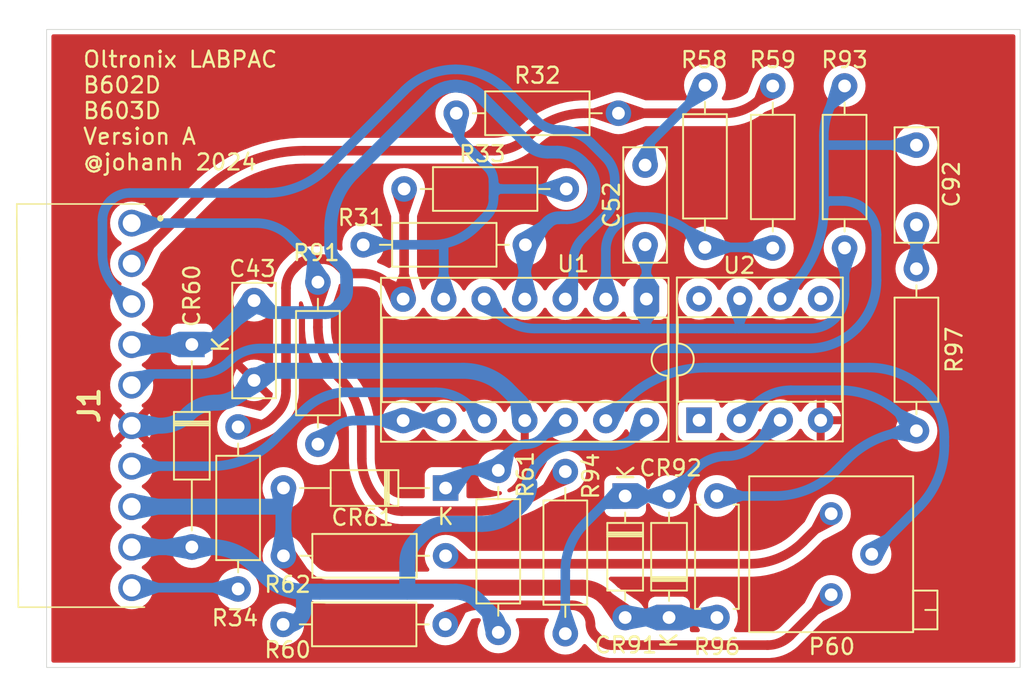
<source format=kicad_pcb>
(kicad_pcb (version 20240108) (generator "pcbnew") (generator_version "8.0")
  (title_block (title "Oltronix LABPAC B602D regulator PCB") (rev "0.1"))
  (layers (0 "F.Cu" signal) (31 "B.Cu" power) (34 "B.Paste" user) (35 "F.Paste" user) (36 "B.SilkS" user "B.Silkscreen") (37 "F.SilkS" user "F.Silkscreen") (38 "B.Mask" user) (39 "F.Mask" user) (44 "Edge.Cuts" user))
  (net 0 "")
  (net 1 "/4")
  (net 2 "/6")
  (net 3 "Net-(C52-Pad2)")
  (net 4 "Net-(U1B-+)")
  (net 5 "/5")
  (net 6 "Net-(C92-Pad2)")
  (net 7 "/9")
  (net 8 "/8")
  (net 9 "Net-(CR61-K)")
  (net 10 "Net-(CR91-K)")
  (net 11 "/7")
  (net 12 "/3")
  (net 13 "/10")
  (net 14 "/2")
  (net 15 "/1")
  (net 16 "Net-(P60-Pad1)")
  (net 17 "Net-(U1D--)")
  (net 18 "Net-(P60-Pad3)")
  (net 19 "Net-(U1B--)")
  (net 20 "Net-(R33-Pad1)")
  (net 21 "Net-(U1A--)")
  (net 22 "Net-(U1C--)")
  (net 26 "Net-(U2--)")
  (footprint "Resistor_THT:R_Axial_DIN0207_L6.3mm_D2.5mm_P10.16mm_Horizontal" (layer "F.Cu") (at 117 126 90)
    (property "Reference" "R91" (at 12 -0.1 180) (layer "F.SilkS"))
    (property "Value" "2.7k 1%")
    (pad "1" thru_hole circle (at 0 0 90) (size 1.6 1.6) (drill 0.8) (layers "*.Cu" "*.Mask") (net 22 "Net-(U1C--)"))
    (pad "2" thru_hole oval (at 10.16 0 90) (size 1.6 1.6) (drill 0.8) (layers "*.Cu" "*.Mask") (net 15 "/1"))
  )
  (footprint "Package_DIP:DIP-14_W7.62mm_Socket" (layer "F.Cu") (at 137.58 116.9 -90)
    (property "Reference" "U1" (at -2.2 4.58 180) (layer "F.SilkS"))
    (property "Value" "MC3403P")
    (pad "1" thru_hole rect (at 0 0 270) (size 1.6 1.6) (drill 0.8) (layers "*.Cu" "*.Mask") (net 4 "Net-(U1B-+)"))
    (pad "2" thru_hole oval (at 0 2.54 270) (size 1.6 1.6) (drill 0.8) (layers "*.Cu" "*.Mask") (net 21 "Net-(U1A--)"))
    (pad "3" thru_hole oval (at 0 5.08 270) (size 1.6 1.6) (drill 0.8) (layers "*.Cu" "*.Mask") (net 12 "/3"))
    (pad "4" thru_hole oval (at 0 7.62 270) (size 1.6 1.6) (drill 0.8) (layers "*.Cu" "*.Mask") (net 1 "/4"))
    (pad "5" thru_hole oval (at 0 10.16 270) (size 1.6 1.6) (drill 0.8) (layers "*.Cu" "*.Mask") (net 4 "Net-(U1B-+)"))
    (pad "6" thru_hole oval (at 0 12.7 270) (size 1.6 1.6) (drill 0.8) (layers "*.Cu" "*.Mask") (net 19 "Net-(U1B--)"))
    (pad "7" thru_hole oval (at 0 15.24 270) (size 1.6 1.6) (drill 0.8) (layers "*.Cu" "*.Mask") (net 20 "Net-(R33-Pad1)"))
    (pad "8" thru_hole oval (at 7.62 15.24 270) (size 1.6 1.6) (drill 0.8) (layers "*.Cu" "*.Mask") (net 22 "Net-(U1C--)"))
    (pad "9" thru_hole oval (at 7.62 12.7 270) (size 1.6 1.6) (drill 0.8) (layers "*.Cu" "*.Mask") (net 22 "Net-(U1C--)"))
    (pad "10" thru_hole oval (at 7.62 10.16 270) (size 1.6 1.6) (drill 0.8) (layers "*.Cu" "*.Mask") (net 11 "/7"))
    (pad "11" thru_hole oval (at 7.62 7.62 270) (size 1.6 1.6) (drill 0.8) (layers "*.Cu" "*.Mask") (net 2 "/6"))
    (pad "12" thru_hole oval (at 7.62 5.08 270) (size 1.6 1.6) (drill 0.8) (layers "*.Cu" "*.Mask") (net 9 "Net-(CR61-K)"))
    (pad "13" thru_hole oval (at 7.62 2.54 270) (size 1.6 1.6) (drill 0.8) (layers "*.Cu" "*.Mask") (net 17 "Net-(U1D--)"))
    (pad "14" thru_hole oval (at 7.62 0 270) (size 1.6 1.6) (drill 0.8) (layers "*.Cu" "*.Mask") (net 7 "/9"))
  )
  (footprint "Resistor_THT:R_Axial_DIN0207_L6.3mm_D2.5mm_P10.16mm_Horizontal" (layer "F.Cu") (at 145.5 113.7 90)
    (property "Reference" "R59" (at 11.8 0 180) (layer "F.SilkS"))
    (property "Value" "1k")
    (pad "1" thru_hole circle (at 0 0 90) (size 1.6 1.6) (drill 0.8) (layers "*.Cu" "*.Mask") (net 21 "Net-(U1A--)"))
    (pad "2" thru_hole oval (at 10.16 0 90) (size 1.6 1.6) (drill 0.8) (layers "*.Cu" "*.Mask") (net 14 "/2"))
  )
  (footprint "Resistor_THT:R_Axial_DIN0207_L6.3mm_D2.5mm_P10.16mm_Horizontal" (layer "F.Cu") (at 150 113.7 90)
    (property "Reference" "R93" (at 11.8 0 180) (layer "F.SilkS"))
    (property "Value" "2.2k")
    (pad "1" thru_hole circle (at 0 0 90) (size 1.6 1.6) (drill 0.8) (layers "*.Cu" "*.Mask") (net 4 "Net-(U1B-+)"))
    (pad "2" thru_hole oval (at 10.16 0 90) (size 1.6 1.6) (drill 0.8) (layers "*.Cu" "*.Mask") (net 5 "/5"))
  )
  (footprint "Diode_THT:D_DO-35_SOD27_P7.62mm_Horizontal" (layer "F.Cu") (at 139 136.87 90)
    (property "Reference" "CR92" (at 9.37 0.1 0) (layer "F.SilkS"))
    (property "Value" "IS921")
    (fp_text user "K" (at -1.43 0 -90) (layer "F.SilkS"))
    (pad "1" thru_hole rect (at 0 0 90) (size 1.6 1.6) (drill 0.8) (layers "*.Cu" "*.Mask") (net 8 "/8"))
    (pad "2" thru_hole oval (at 7.62 0 90) (size 1.6 1.6) (drill 0.8) (layers "*.Cu" "*.Mask") (net 10 "Net-(CR91-K)"))
  )
  (footprint "Resistor_THT:R_Axial_DIN0207_L6.3mm_D2.5mm_P7.62mm_Horizontal" (layer "F.Cu") (at 142 136.87 90)
    (property "Reference" "R96" (at -1.83 0 180) (layer "F.SilkS"))
    (property "Value" "1k")
    (pad "1" thru_hole circle (at 0 0 90) (size 1.6 1.6) (drill 0.8) (layers "*.Cu" "*.Mask") (net 8 "/8"))
    (pad "2" thru_hole oval (at 7.62 0 90) (size 1.6 1.6) (drill 0.8) (layers "*.Cu" "*.Mask") (net 26 "Net-(U2--)"))
  )
  (footprint "Resistor_THT:R_Axial_DIN0207_L6.3mm_D2.5mm_P10.16mm_Horizontal" (layer "F.Cu") (at 125 133 180)
    (property "Reference" "R62" (at 9.9 -1.8 180) (layer "F.SilkS"))
    (property "Value" "3.3k 1%")
    (pad "1" thru_hole circle (at 0 0 180) (size 1.6 1.6) (drill 0.8) (layers "*.Cu" "*.Mask") (net 18 "Net-(P60-Pad3)"))
    (pad "2" thru_hole oval (at 10.16 0 180) (size 1.6 1.6) (drill 0.8) (layers "*.Cu" "*.Mask") (net 8 "/8"))
  )
  (footprint "Resistor_THT:R_Axial_DIN0207_L6.3mm_D2.5mm_P10.16mm_Horizontal" (layer "F.Cu") (at 125.67 105.25)
    (property "Reference" "R32" (at 5.08 -2.37 0) (layer "F.SilkS"))
    (property "Value" "3.9k")
    (pad "1" thru_hole circle (at 0 0) (size 1.6 1.6) (drill 0.8) (layers "*.Cu" "*.Mask") (net 19 "Net-(U1B--)"))
    (pad "2" thru_hole oval (at 10.16 0) (size 1.6 1.6) (drill 0.8) (layers "*.Cu" "*.Mask") (net 14 "/2"))
  )
  (footprint "Resistor_THT:R_Axial_DIN0207_L6.3mm_D2.5mm_P10.16mm_Horizontal" (layer "F.Cu") (at 112 124.92 -90)
    (property "Reference" "R34" (at 11.98 0.2 0) (layer "F.SilkS"))
    (property "Value" "1.2k")
    (pad "1" thru_hole circle (at 0 0 270) (size 1.6 1.6) (drill 0.8) (layers "*.Cu" "*.Mask") (net 20 "Net-(R33-Pad1)"))
    (pad "2" thru_hole oval (at 10.16 0 270) (size 1.6 1.6) (drill 0.8) (layers "*.Cu" "*.Mask") (net 13 "/10"))
  )
  (footprint "Diode_THT:D_DO-35_SOD27_P10.16mm_Horizontal" (layer "F.Cu") (at 125 128.75 180)
    (property "Reference" "CR61" (at 5.2 -1.85 180) (layer "F.SilkS"))
    (property "Value" "1N823")
    (fp_text user "K" (at 0 -1.8 180) (layer "F.SilkS"))
    (pad "1" thru_hole rect (at 0 0 180) (size 1.6 1.6) (drill 0.8) (layers "*.Cu" "*.Mask") (net 9 "Net-(CR61-K)"))
    (pad "2" thru_hole oval (at 10.16 0 180) (size 1.6 1.6) (drill 0.8) (layers "*.Cu" "*.Mask") (net 8 "/8"))
  )
  (footprint "Resistor_THT:R_Axial_DIN0207_L6.3mm_D2.5mm_P10.16mm_Horizontal" (layer "F.Cu") (at 114.82 137.3)
    (property "Reference" "R60" (at 0.28 1.6 0) (layer "F.SilkS"))
    (property "Value" "1.8k 1%")
    (pad "1" thru_hole circle (at 0 0) (size 1.6 1.6) (drill 0.8) (layers "*.Cu" "*.Mask") (net 7 "/9"))
    (pad "2" thru_hole oval (at 10.16 0) (size 1.6 1.6) (drill 0.8) (layers "*.Cu" "*.Mask") (net 16 "Net-(P60-Pad1)"))
  )
  (footprint "Capacitor_THT:C_Disc_D7.0mm_W2.5mm_P5.00mm" (layer "F.Cu") (at 113 117 -90)
    (property "Reference" "C43" (at -2 0.1 180) (layer "F.SilkS"))
    (property "Value" "10p")
    (pad "1" thru_hole circle (at 0 0 270) (size 1.6 1.6) (drill 0.8) (layers "*.Cu" "*.Mask") (net 1 "/4"))
    (pad "2" thru_hole circle (at 5 0 270) (size 1.6 1.6) (drill 0.8) (layers "*.Cu" "*.Mask") (net 2 "/6"))
  )
  (footprint "Potentiometer_THT:Potentiometer_Bourns_3296P_Horizontal" (layer "F.Cu") (at 149.16 135.44 180)
    (property "Reference" "P60" (at -0.04 -3.26 180) (layer "F.SilkS"))
    (property "Value" "1k")
    (pad "1" thru_hole circle (at 0 0 180) (size 1.44 1.44) (drill 0.8) (layers "*.Cu" "*.Mask") (net 16 "Net-(P60-Pad1)"))
    (pad "2" thru_hole circle (at -2.54 2.54 180) (size 1.44 1.44) (drill 0.8) (layers "*.Cu" "*.Mask") (net 17 "Net-(U1D--)"))
    (pad "3" thru_hole circle (at 0 5.08 180) (size 1.44 1.44) (drill 0.8) (layers "*.Cu" "*.Mask") (net 18 "Net-(P60-Pad3)"))
  )
  (footprint "Resistor_THT:R_Axial_DIN0207_L6.3mm_D2.5mm_P10.16mm_Horizontal" (layer "F.Cu") (at 154.5 115 -90)
    (property "Reference" "R97" (at 5.08 -2.37 -90) (layer "F.SilkS"))
    (property "Value" "10k")
    (pad "1" thru_hole circle (at 0 0 270) (size 1.6 1.6) (drill 0.8) (layers "*.Cu" "*.Mask") (net 6 "Net-(C92-Pad2)"))
    (pad "2" thru_hole oval (at 10.16 0 270) (size 1.6 1.6) (drill 0.8) (layers "*.Cu" "*.Mask") (net 26 "Net-(U2--)"))
  )
  (footprint "Package_DIP:DIP-8_W7.62mm_Socket" (layer "F.Cu") (at 140.88 124.5 90)
    (property "Reference" "U2" (at 9.7 2.52 0) (layer "F.SilkS"))
    (property "Value" "LM741")
    (pad "1" thru_hole rect (at 0 0 90) (size 1.6 1.6) (drill 0.8) (layers "*.Cu" "*.Mask"))
    (pad "2" thru_hole oval (at 0 2.54 90) (size 1.6 1.6) (drill 0.8) (layers "*.Cu" "*.Mask") (net 26 "Net-(U2--)"))
    (pad "3" thru_hole oval (at 0 5.08 90) (size 1.6 1.6) (drill 0.8) (layers "*.Cu" "*.Mask") (net 10 "Net-(CR91-K)"))
    (pad "4" thru_hole oval (at 0 7.62 90) (size 1.6 1.6) (drill 0.8) (layers "*.Cu" "*.Mask") (net 2 "/6"))
    (pad "5" thru_hole oval (at 7.62 7.62 90) (size 1.6 1.6) (drill 0.8) (layers "*.Cu" "*.Mask"))
    (pad "6" thru_hole oval (at 7.62 5.08 90) (size 1.6 1.6) (drill 0.8) (layers "*.Cu" "*.Mask") (net 5 "/5"))
    (pad "7" thru_hole oval (at 7.62 2.54 90) (size 1.6 1.6) (drill 0.8) (layers "*.Cu" "*.Mask") (net 4 "Net-(U1B-+)"))
    (pad "8" thru_hole oval (at 7.62 0 90) (size 1.6 1.6) (drill 0.8) (layers "*.Cu" "*.Mask"))
  )
  (footprint "Diode_THT:D_DO-35_SOD27_P12.70mm_Horizontal" (layer "F.Cu") (at 109.1 119.75 -90)
    (property "Reference" "CR60" (at -3.05 0 90) (layer "F.SilkS"))
    (property "Value" "ZF12")
    (fp_text user "K" (at 0 -1.8 90) (layer "F.SilkS"))
    (pad "1" thru_hole rect (at 0 0 270) (size 1.6 1.6) (drill 0.8) (layers "*.Cu" "*.Mask") (net 1 "/4"))
    (pad "2" thru_hole oval (at 12.7 0 270) (size 1.6 1.6) (drill 0.8) (layers "*.Cu" "*.Mask") (net 7 "/9"))
  )
  (footprint "Diode_THT:D_DO-35_SOD27_P7.62mm_Horizontal" (layer "F.Cu") (at 136.25 129.25 -90)
    (property "Reference" "CR91" (at 9.35 -0.05 180) (layer "F.SilkS"))
    (property "Value" "IS921")
    (fp_text user "K" (at -1.45 -0.05 90) (layer "F.SilkS"))
    (pad "1" thru_hole rect (at 0 0 270) (size 1.6 1.6) (drill 0.8) (layers "*.Cu" "*.Mask") (net 10 "Net-(CR91-K)"))
    (pad "2" thru_hole oval (at 7.62 0 270) (size 1.6 1.6) (drill 0.8) (layers "*.Cu" "*.Mask") (net 8 "/8"))
  )
  (footprint "Capacitor_THT:C_Disc_D7.0mm_W2.5mm_P5.00mm" (layer "F.Cu") (at 154.5 107.25 -90)
    (property "Reference" "C92" (at 2.45 -2.2 90) (layer "F.SilkS"))
    (property "Value" "100pF")
    (pad "1" thru_hole circle (at 0 0 270) (size 1.6 1.6) (drill 0.8) (layers "*.Cu" "*.Mask") (net 5 "/5"))
    (pad "2" thru_hole circle (at 5 0 270) (size 1.6 1.6) (drill 0.8) (layers "*.Cu" "*.Mask") (net 6 "Net-(C92-Pad2)"))
  )
  (footprint "johanh-footprints:Molex_22-16-2100" (layer "F.Cu") (at 105.33 112.14 -90)
    (property "Reference" "J1" (at 11.43 2.65 90) (layer "F.SilkS") (effects (font (size 1.27 1.27) (thickness 0.254))))
    (property "Value" "Molex 22-16-2100" (hide yes))
    (pad "1" thru_hole circle (at 0 0 270) (size 1.68 1.68) (drill 1.12) (layers "*.Cu" "*.Mask") (net 15 "/1"))
    (pad "2" thru_hole circle (at 2.54 0 270) (size 1.68 1.68) (drill 1.12) (layers "*.Cu" "*.Mask") (net 14 "/2"))
    (pad "3" thru_hole circle (at 5.08 0 270) (size 1.68 1.68) (drill 1.12) (layers "*.Cu" "*.Mask") (net 12 "/3"))
    (pad "4" thru_hole circle (at 7.62 0 270) (size 1.68 1.68) (drill 1.12) (layers "*.Cu" "*.Mask") (net 1 "/4"))
    (pad "5" thru_hole circle (at 10.16 0 270) (size 1.68 1.68) (drill 1.12) (layers "*.Cu" "*.Mask") (net 5 "/5"))
    (pad "6" thru_hole circle (at 12.7 0 270) (size 1.68 1.68) (drill 1.12) (layers "*.Cu" "*.Mask") (net 2 "/6"))
    (pad "7" thru_hole circle (at 15.24 0 270) (size 1.68 1.68) (drill 1.12) (layers "*.Cu" "*.Mask") (net 11 "/7"))
    (pad "8" thru_hole circle (at 17.78 0 270) (size 1.68 1.68) (drill 1.12) (layers "*.Cu" "*.Mask") (net 8 "/8"))
    (pad "9" thru_hole circle (at 20.32 0 270) (size 1.68 1.68) (drill 1.12) (layers "*.Cu" "*.Mask") (net 7 "/9"))
    (pad "10" thru_hole circle (at 22.86 0 270) (size 1.68 1.68) (drill 1.12) (layers "*.Cu" "*.Mask") (net 13 "/10"))
  )
  (footprint "Resistor_THT:R_Axial_DIN0207_L6.3mm_D2.5mm_P10.16mm_Horizontal" (layer "F.Cu") (at 128.3 137.8 90)
    (property "Reference" "R61" (at 9.9 1.7 90) (layer "F.SilkS"))
    (property "Value" "680 1%")
    (pad "1" thru_hole circle (at 0 0 90) (size 1.6 1.6) (drill 0.8) (layers "*.Cu" "*.Mask") (net 7 "/9"))
    (pad "2" thru_hole oval (at 10.16 0 90) (size 1.6 1.6) (drill 0.8) (layers "*.Cu" "*.Mask") (net 9 "Net-(CR61-K)"))
  )
  (footprint "Resistor_THT:R_Axial_DIN0207_L6.3mm_D2.5mm_P10.16mm_Horizontal" (layer "F.Cu") (at 132.5 137.88 90)
    (property "Reference" "R94" (at 9.88 1.6 -90) (layer "F.SilkS"))
    (property "Value" "1k")
    (pad "1" thru_hole circle (at 0 0 90) (size 1.6 1.6) (drill 0.8) (layers "*.Cu" "*.Mask") (net 10 "Net-(CR91-K)"))
    (pad "2" thru_hole oval (at 10.16 0 90) (size 1.6 1.6) (drill 0.8) (layers "*.Cu" "*.Mask") (net 15 "/1"))
  )
  (footprint "Capacitor_THT:C_Disc_D7.0mm_W2.5mm_P5.00mm" (layer "F.Cu") (at 137.5 113.5 90)
    (property "Reference" "C52" (at 2.5 -2.1 -90) (layer "F.SilkS"))
    (property "Value" "1n")
    (pad "1" thru_hole circle (at 0 0 90) (size 1.6 1.6) (drill 0.8) (layers "*.Cu" "*.Mask") (net 4 "Net-(U1B-+)"))
    (pad "2" thru_hole circle (at 5 0 90) (size 1.6 1.6) (drill 0.8) (layers "*.Cu" "*.Mask") (net 3 "Net-(C52-Pad2)"))
  )
  (footprint "Resistor_THT:R_Axial_DIN0207_L6.3mm_D2.5mm_P10.16mm_Horizontal" (layer "F.Cu") (at 122.4 110)
    (property "Reference" "R33" (at 4.9 -2.2 0) (layer "F.SilkS"))
    (property "Value" "2.2M")
    (pad "1" thru_hole circle (at 0 0) (size 1.6 1.6) (drill 0.8) (layers "*.Cu" "*.Mask") (net 20 "Net-(R33-Pad1)"))
    (pad "2" thru_hole oval (at 10.16 0) (size 1.6 1.6) (drill 0.8) (layers "*.Cu" "*.Mask") (net 19 "Net-(U1B--)"))
  )
  (footprint "Resistor_THT:R_Axial_DIN0207_L6.3mm_D2.5mm_P10.16mm_Horizontal" (layer "F.Cu") (at 130 113.5 180)
    (property "Reference" "R31" (at 10.3 1.7 180) (layer "F.SilkS"))
    (property "Value" "10k")
    (pad "1" thru_hole circle (at 0 0 180) (size 1.6 1.6) (drill 0.8) (layers "*.Cu" "*.Mask") (net 1 "/4"))
    (pad "2" thru_hole oval (at 10.16 0 180) (size 1.6 1.6) (drill 0.8) (layers "*.Cu" "*.Mask") (net 19 "Net-(U1B--)"))
  )
  (footprint "Resistor_THT:R_Axial_DIN0207_L6.3mm_D2.5mm_P10.16mm_Horizontal" (layer "F.Cu") (at 141.25 103.5 -90)
    (property "Reference" "R58" (at -1.6 0.05 0) (layer "F.SilkS"))
    (property "Value" "10k")
    (pad "1" thru_hole circle (at 0 0 270) (size 1.6 1.6) (drill 0.8) (layers "*.Cu" "*.Mask") (net 3 "Net-(C52-Pad2)"))
    (pad "2" thru_hole oval (at 10.16 0 270) (size 1.6 1.6) (drill 0.8) (layers "*.Cu" "*.Mask") (net 21 "Net-(U1A--)"))
  )
  (gr_rect (start 100 100) (end 161 140) (stroke (width 0.05)) (fill none) (layer "Edge.Cuts"))
  (gr_text "Oltronix LABPAC\nB602D\nB603D\nVersion A\n@johanh 2024" (at 102.2 108.9 0) (layer "F.SilkS") (effects (font (size 1 1) (thickness 0.15) (bold yes)) (justify left bottom)))
  (segment (start 127.041342 104.05744) (end 126.983334 104.012928) (width 0.8) (layer "B.Cu") (net 1))
  (segment (start 125.406249 103.561386) (end 125.333757 103.57093) (width 0.8) (layer "B.Cu") (net 1))
  (segment (start 109 119.75) (end 107.75 119.75) (width 1) (layer "B.Cu") (net 1))
  (segment (start 125.843752 103.561372) (end 125.916245 103.570916) (width 0.8) (layer "B.Cu") (net 1))
  (segment (start 124.266673 104.012939) (end 124.208666 104.057451) (width 0.8) (layer "B.Cu") (net 1))
  (segment (start 105.335 119.755) (end 105.33 119.76) (width 1) (layer "B.Cu") (net 1))
  (segment (start 133.776287 108.576287) (end 133.528264 108.328264) (width 0.8) (layer "B.Cu") (net 1))
  (segment (start 107.75 119.75) (end 105.347071 119.75) (width 1) (layer "B.Cu") (net 1))
  (segment (start 110.691941 119.308058) (end 112.771446 117.228553) (width 1) (layer "B.Cu") (net 1))
  (segment (start 129.96 113.568284) (end 129.96 116.9) (width 0.8) (layer "B.Cu") (net 1))
  (segment (start 109.625 119.75) (end 109 119.75) (width 1) (layer "B.Cu") (net 1))
  (segment (start 118.8 115.514214) (end 118.8 116.401902) (width 0.8) (layer "B.Cu") (net 1))
  (segment (start 117.8 112.459594) (end 117.8 113.685786) (width 0.8) (layer "B.Cu") (net 1))
  (segment (start 127.255783 104.255783) (end 130.197863 107.197863) (width 0.8) (layer "B.Cu") (net 1))
  (segment (start 134.3 109.840643) (end 134.3 110.091004) (width 0.8) (layer "B.Cu") (net 1))
  (segment (start 118.159009 117.457107) (end 118.507107 117.109009) (width 0.8) (layer "B.Cu") (net 1))
  (segment (start 119.220999 109.029) (end 123.994215 104.255783) (width 0.8) (layer "B.Cu") (net 1))
  (segment (start 131.985763 107.689339) (end 131.384391 107.689339) (width 0.8) (layer "B.Cu") (net 1))
  (segment (start 118.092893 114.392893) (end 118.507107 114.807107) (width 0.8) (layer "B.Cu") (net 1))
  (segment (start 131.407107 112.092893) (end 129.98 113.52) (width 0.8) (layer "B.Cu") (net 1))
  (segment (start 113.457107 117.457107) (end 113.228553 117.228553) (width 0.8) (layer "B.Cu") (net 1))
  (segment (start 117.451902 117.75) (end 114.164214 117.75) (width 0.8) (layer "B.Cu") (net 1))
  (segment (start 132.594777 111.8) (end 132.114214 111.8) (width 0.8) (layer "B.Cu") (net 1))
  (arc (start 124.098287 104.153022) (mid 124.046088 104.204237) (end 123.994215 104.255783) (width 0.8) (layer "B.Cu") (net 1))
  (arc (start 125.047497 103.627872) (mid 124.907772 103.670258) (end 124.771119 103.721692) (width 0.8) (layer "B.Cu") (net 1))
  (arc (start 118.507107 117.109009) (mid 118.72388 116.784586) (end 118.8 116.401902) (width 0.8) (layer "B.Cu") (net 1))
  (arc (start 118.092893 114.392893) (mid 117.87612 114.06847) (end 117.8 113.685786) (width 0.8) (layer "B.Cu") (net 1))
  (arc (start 131.384391 107.689339) (mid 130.742247 107.561609) (end 130.197863 107.197863) (width 0.8) (layer "B.Cu") (net 1))
  (arc (start 126.740654 103.850771) (mid 126.864648 103.927877) (end 126.983334 104.012928) (width 0.8) (layer "B.Cu") (net 1))
  (arc (start 125.698124 103.550913) (mid 125.625 103.550458) (end 125.551876 103.55092) (width 0.8) (layer "B.Cu") (net 1))
  (arc (start 126.478886 103.721679) (mid 126.611883 103.78194) (end 126.740654 103.850771) (width 0.8) (layer "B.Cu") (net 1))
  (arc (start 132.114214 111.8) (mid 131.731531 111.87612) (end 131.407107 112.092893) (width 0.8) (layer "B.Cu") (net 1))
  (arc (start 124.771119 103.721692) (mid 124.638122 103.781953) (end 124.50935 103.850784) (width 0.8) (layer "B.Cu") (net 1))
  (arc (start 134.3 109.840643) (mid 134.163892 109.156379) (end 133.776287 108.576287) (width 0.8) (layer "B.Cu") (net 1))
  (arc (start 105.335 119.755) (mid 105.340538 119.751299) (end 105.347071 119.75) (width 1) (layer "B.Cu") (net 1))
  (arc (start 131.985763 107.689339) (mid 132.820559 107.85539) (end 133.528264 108.328264) (width 0.8) (layer "B.Cu") (net 1))
  (arc (start 118.159009 117.457107) (mid 117.834585 117.67388) (end 117.451902 117.75) (width 0.8) (layer "B.Cu") (net 1))
  (arc (start 126.202506 103.627858) (mid 126.342231 103.670244) (end 126.478886 103.721679) (width 0.8) (layer "B.Cu") (net 1))
  (arc (start 125.551876 103.55092) (mid 125.478907 103.553998) (end 125.406249 103.561386) (width 0.8) (layer "B.Cu") (net 1))
  (arc (start 118.8 115.514214) (mid 118.72388 115.13153) (end 118.507107 114.807107) (width 0.8) (layer "B.Cu") (net 1))
  (arc (start 113.228553 117.228553) (mid 112.999999 117.133883) (end 112.771446 117.228553) (width 0.8) (layer "B.Cu") (net 1))
  (arc (start 125.916245 103.570916) (mid 126.060307 103.594701) (end 126.202506 103.627858) (width 0.8) (layer "B.Cu") (net 1))
  (arc (start 124.50935 103.850784) (mid 124.385357 103.927889) (end 124.266673 104.012939) (width 0.8) (layer "B.Cu") (net 1))
  (arc (start 109.625 119.75) (mid 110.202424 119.635143) (end 110.691941 119.308058) (width 1) (layer "B.Cu") (net 1))
  (arc (start 127.041342 104.05744) (mid 127.097943 104.103595) (end 127.151716 104.153016) (width 0.8) (layer "B.Cu") (net 1))
  (arc (start 132.594777 111.8) (mid 133.246318 111.6704) (end 133.798665 111.301335) (width 0.8) (layer "B.Cu") (net 1))
  (arc (start 117.8 112.459594) (mid 118.169306 110.60297) (end 119.220999 109.029) (width 0.8) (layer "B.Cu") (net 1))
  (arc (start 125.698124 103.550913) (mid 125.771092 103.553986) (end 125.843752 103.561372) (width 0.8) (layer "B.Cu") (net 1))
  (arc (start 125.333757 103.57093) (mid 125.189694 103.594715) (end 125.047497 103.627872) (width 0.8) (layer "B.Cu") (net 1))
  (arc (start 113.457107 117.457107) (mid 113.78153 117.67388) (end 114.164214 117.75) (width 0.8) (layer "B.Cu") (net 1))
  (arc (start 127.151716 104.153016) (mid 127.203911 104.204236) (end 127.255783 104.255783) (width 0.8) (layer "B.Cu") (net 1))
  (arc (start 133.798665 111.301335) (mid 134.169708 110.74603) (end 134.3 110.091004) (width 0.8) (layer "B.Cu") (net 1))
  (arc (start 129.98 113.52) (mid 129.965197 113.542152) (end 129.96 113.568284) (width 0.8) (layer "B.Cu") (net 1))
  (arc (start 124.208666 104.057451) (mid 124.152063 104.103605) (end 124.098287 104.153022) (width 0.8) (layer "B.Cu") (net 1))
  (segment (start 129.96 124.09) (end 129.96 124.52) (width 1) (layer "B.Cu") (net 2))
  (segment (start 108.892893 124.107106) (end 108.879999 124.119999) (width 1) (layer "B.Cu") (net 2))
  (segment (start 128.83 122.53) (end 129.655944 123.355944) (width 1) (layer "B.Cu") (net 2))
  (segment (start 112.9 122.1) (end 112.5 122.5) (width 1) (layer "B.Cu") (net 2))
  (segment (start 107.141766 124.84) (end 105.33 124.84) (width 1) (layer "B.Cu") (net 2))
  (segment (start 112.3 122.7) (end 112.5 122.5) (width 1) (layer "B.Cu") (net 2))
  (segment (start 112.9 122.1) (end 113.3 121.7) (width 1) (layer "B.Cu") (net 2))
  (segment (start 110.6 123.4) (end 110.61005 123.4) (width 1) (layer "B.Cu") (net 2))
  (segment (start 114.024264 121.4) (end 126.101938 121.4) (width 1) (layer "B.Cu") (net 2))
  (arc (start 112.3 122.7) (mid 111.524644 123.218075) (end 110.61005 123.4) (width 1) (layer "B.Cu") (net 2))
  (arc (start 110.6 123.4) (mid 109.67612 123.58377) (end 108.892893 124.107106) (width 1) (layer "B.Cu") (net 2))
  (arc (start 107.141766 124.84) (mid 108.082491 124.652877) (end 108.879999 124.119999) (width 1) (layer "B.Cu") (net 2))
  (arc (start 129.96 124.09) (mid 129.880978 123.692731) (end 129.655944 123.355944) (width 1) (layer "B.Cu") (net 2))
  (arc (start 128.83 122.53) (mid 127.578354 121.693677) (end 126.101938 121.4) (width 1) (layer "B.Cu") (net 2))
  (arc (start 114.024264 121.4) (mid 113.632295 121.477967) (end 113.3 121.7) (width 1) (layer "B.Cu") (net 2))
  (segment (start 141.25 103.574999) (end 141.25 103.5) (width 0.6) (layer "B.Cu") (net 3))
  (segment (start 137.5 107.95) (end 137.5 108.5) (width 0.6) (layer "B.Cu") (net 3))
  (segment (start 137.888908 107.011091) (end 141.196967 103.703031) (width 0.6) (layer "B.Cu") (net 3))
  (arc (start 141.25 103.574999) (mid 141.236217 103.644289) (end 141.196967 103.703031) (width 0.6) (layer "B.Cu") (net 3))
  (arc (start 137.5 107.95) (mid 137.601073 107.441866) (end 137.888908 107.011091) (width 0.6) (layer "B.Cu") (net 3))
  (segment (start 137.54 113.54) (end 137.5 113.5) (width 0.6) (layer "B.Cu") (net 4))
  (segment (start 137.58 116.9) (end 137.58 113.636568) (width 0.6) (layer "B.Cu") (net 4))
  (segment (start 147.866116 118.75) (end 143.370208 118.75) (width 0.6) (layer "B.Cu") (net 4))
  (segment (start 128.345 117.825) (end 127.42 116.9) (width 0.6) (layer "B.Cu") (net 4))
  (segment (start 143.42 118.459791) (end 143.42 116.88) (width 0.6) (layer "B.Cu") (net 4))
  (segment (start 137.870208 118.75) (end 143.129791 118.75) (width 0.6) (layer "B.Cu") (net 4))
  (segment (start 137.629791 118.75) (end 130.578147 118.75) (width 0.6) (layer "B.Cu") (net 4))
  (segment (start 137.629791 118.75) (end 137.870208 118.75) (width 0.6) (layer "B.Cu") (net 4))
  (segment (start 150 116.616116) (end 150 113.7) (width 0.6) (layer "B.Cu") (net 4))
  (segment (start 143.129791 118.75) (end 143.370208 118.75) (width 0.6) (layer "B.Cu") (net 4))
  (segment (start 137.58 118.459791) (end 137.58 116.9) (width 0.6) (layer "B.Cu") (net 4))
  (arc (start 143.42 118.459791) (mid 143.397909 118.570849) (end 143.335 118.665) (width 0.6) (layer "B.Cu") (net 4))
  (arc (start 137.629791 118.75) (mid 137.675793 118.719262) (end 137.665 118.665) (width 0.6) (layer "B.Cu") (net 4))
  (arc (start 149.375 118.125) (mid 148.682718 118.587567) (end 147.866116 118.75) (width 0.6) (layer "B.Cu") (net 4))
  (arc (start 143.335 118.665) (mid 143.324206 118.719262) (end 143.370208 118.75) (width 0.6) (layer "B.Cu") (net 4))
  (arc (start 137.58 118.459791) (mid 137.60209 118.570849) (end 137.665 118.665) (width 0.6) (layer "B.Cu") (net 4))
  (arc (start 150 116.616116) (mid 149.837567 117.432718) (end 149.375 118.125) (width 0.6) (layer "B.Cu") (net 4))
  (arc (start 137.54 113.54) (mid 137.569604 113.584305) (end 137.58 113.636568) (width 0.6) (layer "B.Cu") (net 4))
  (arc (start 143.335 118.665) (mid 143.240849 118.727909) (end 143.129791 118.75) (width 0.6) (layer "B.Cu") (net 4))
  (arc (start 137.870208 118.75) (mid 137.75915 118.727909) (end 137.665 118.665) (width 0.6) (layer "B.Cu") (net 4))
  (arc (start 128.345 117.825) (mid 129.369576 118.5096) (end 130.578147 118.75) (width 0.6) (layer "B.Cu") (net 4))
  (segment (start 148.7 106.6784) (end 148.7 110.823223) (width 0.6) (layer "B.Cu") (net 5))
  (segment (start 148.7 107.25) (end 154.5 107.25) (width 0.6) (layer "B.Cu") (net 5))
  (segment (start 152 115.732233) (end 152 112.883883) (width 0.6) (layer "B.Cu") (net 5))
  (segment (start 147.732233 120) (end 113.38137 120) (width 0.6) (layer "B.Cu") (net 5))
  (segment (start 105.68 121.95) (end 105.33 122.3) (width 0.6) (layer "B.Cu") (net 5))
  (segment (start 148.7 111.176776) (end 148.7 110.823223) (width 0.6) (layer "B.Cu") (net 5))
  (segment (start 106.524974 121.6) (end 109.518629 121.6) (width 0.6) (layer "B.Cu") (net 5))
  (segment (start 146.604654 116.235345) (end 145.96 116.88) (width 0.6) (layer "B.Cu") (net 5))
  (segment (start 149.866116 110.75) (end 149.126776 110.75) (width 0.6) (layer "B.Cu") (net 5))
  (arc (start 152 112.883883) (mid 151.837567 112.067281) (end 151.375 111.375) (width 0.6) (layer "B.Cu") (net 5))
  (arc (start 111.45 120.8) (mid 112.33612 120.207913) (end 113.38137 120) (width 0.6) (layer "B.Cu") (net 5))
  (arc (start 150.75 118.75) (mid 149.365436 119.675135) (end 147.732233 120) (width 0.6) (layer "B.Cu") (net 5))
  (arc (start 111.45 120.8) (mid 110.563879 121.392086) (end 109.518629 121.6) (width 0.6) (layer "B.Cu") (net 5))
  (arc (start 146.604654 116.235345) (mid 148.155438 113.914435) (end 148.7 111.176776) (width 0.6) (layer "B.Cu") (net 5))
  (arc (start 150.75 118.75) (mid 151.675135 117.365436) (end 152 115.732233) (width 0.6) (layer "B.Cu") (net 5))
  (arc (start 148.7 111.176776) (mid 148.732486 111.013456) (end 148.825 110.875) (width 0.6) (layer "B.Cu") (net 5))
  (arc (start 149.126776 110.75) (mid 148.963456 110.782486) (end 148.825 110.875) (width 0.6) (layer "B.Cu") (net 5))
  (arc (start 106.524974 121.6) (mid 106.067677 121.690962) (end 105.68 121.95) (width 0.6) (layer "B.Cu") (net 5))
  (arc (start 148.7 106.6784) (mid 149.037844 104.979941) (end 150 103.54) (width 0.6) (layer "B.Cu") (net 5))
  (arc (start 148.825 110.875) (mid 148.745201 110.890872) (end 148.7 110.823223) (width 0.6) (layer "B.Cu") (net 5))
  (arc (start 149.866116 110.75) (mid 150.682718 110.912432) (end 151.375 111.375) (width 0.6) (layer "B.Cu") (net 5))
  (segment (start 154.5 112.25) (end 154.5 115) (width 0.6) (layer "B.Cu") (net 6))
  (segment (start 137.473933 124.926066) (end 136.94 125.46) (width 0.6) (layer "B.Cu") (net 7))
  (segment (start 116.125 136.233058) (end 116.125 135.25) (width 1) (layer "B.Cu") (net 7))
  (segment (start 115.812499 136.987499) (end 115.740416 137.059583) (width 1) (layer "B.Cu") (net 7))
  (segment (start 127.035787 135.835787) (end 128.052512 136.852512) (width 1) (layer "B.Cu") (net 7))
  (segment (start 125.028427 131) (end 127.262563 131) (width 1) (layer "B.Cu") (net 7))
  (segment (start 108.982928 132.46) (end 105.33 132.46) (width 1) (layer "B.Cu") (net 7))
  (segment (start 135.394903 126.1) (end 133.066726 126.1) (width 0.6) (layer "B.Cu") (net 7))
  (segment (start 129.374999 130.124999) (end 129.719669 129.78033) (width 1) (layer "B.Cu") (net 7))
  (segment (start 117.115649 135.25) (end 125.621573 135.25) (width 1) (layer "B.Cu") (net 7))
  (segment (start 115.16 137.3) (end 114.82 137.3) (width 1) (layer "B.Cu") (net 7))
  (segment (start 137.58 124.67) (end 137.58 124.52) (width 0.6) (layer "B.Cu") (net 7))
  (segment (start 123.185787 132.014213) (end 123.614214 131.585786) (width 1) (layer "B.Cu") (net 7))
  (segment (start 131.074999 126.924999) (end 130.78033 127.219669) (width 0.6) (layer "B.Cu") (net 7))
  (segment (start 113.684646 134.23915) (end 113.051579 133.606083) (width 1) (layer "B.Cu") (net 7))
  (segment (start 128.3 137.45) (end 128.3 137.8) (width 1) (layer "B.Cu") (net 7))
  (segment (start 122.6 135.25) (end 122.6 133.428427) (width 1) (layer "B.Cu") (net 7))
  (segment (start 116.125 135.25) (end 117.115649 135.25) (width 1) (layer "B.Cu") (net 7))
  (segment (start 109.007071 132.45) (end 110.260549 132.45) (width 1) (layer "B.Cu") (net 7))
  (arc (start 128.052512 136.852512) (mid 128.235679 137.126642) (end 128.3 137.45) (width 1) (layer "B.Cu") (net 7))
  (arc (start 110.260549 132.45) (mid 111.771044 132.750457) (end 113.051579 133.606083) (width 1) (layer "B.Cu") (net 7))
  (arc (start 113.684646 134.23915) (mid 114.804315 134.987289) (end 116.125 135.25) (width 1) (layer "B.Cu") (net 7))
  (arc (start 116.125 136.233058) (mid 116.043783 136.641358) (end 115.812499 136.987499) (width 1) (layer "B.Cu") (net 7))
  (arc (start 108.982928 132.46) (mid 108.989461 132.4587) (end 108.995 132.455) (width 1) (layer "B.Cu") (net 7))
  (arc (start 125.621573 135.25) (mid 126.38694 135.402241) (end 127.035787 135.835787) (width 1) (layer "B.Cu") (net 7))
  (arc (start 122.6 133.428427) (mid 122.752241 132.66306) (end 123.185787 132.014213) (width 1) (layer "B.Cu") (net 7))
  (arc (start 136.94 125.46) (mid 136.231103 125.933669) (end 135.394903 126.1) (width 0.6) (layer "B.Cu") (net 7))
  (arc (start 131.074999 126.924999) (mid 131.988811 126.31441) (end 133.066726 126.1) (width 0.6) (layer "B.Cu") (net 7))
  (arc (start 130.25 128.5) (mid 130.387828 127.80709) (end 130.78033 127.219669) (width 0.6) (layer "B.Cu") (net 7))
  (arc (start 109.007071 132.45) (mid 109.000538 132.451299) (end 108.995 132.455) (width 1) (layer "B.Cu") (net 7))
  (arc (start 115.740416 137.059583) (mid 115.474118 137.237517) (end 115.16 137.3) (width 1) (layer "B.Cu") (net 7))
  (arc (start 123.614214 131.585786) (mid 124.26306 131.152241) (end 125.028427 131) (width 1) (layer "B.Cu") (net 7))
  (arc (start 129.719669 129.78033) (mid 130.112171 129.192909) (end 130.25 128.5) (width 1) (layer "B.Cu") (net 7))
  (arc (start 137.473933 124.926066) (mid 137.552434 124.808581) (end 137.58 124.67) (width 0.6) (layer "B.Cu") (net 7))
  (arc (start 127.262563 131) (mid 128.405805 130.772594) (end 129.374999 130.124999) (width 1) (layer "B.Cu") (net 7))
  (segment (start 114.84 133) (end 116.254214 134.414214) (width 1) (layer "F.Cu") (net 8))
  (segment (start 117.668427 135) (end 133.551573 135) (width 1) (layer "F.Cu") (net 8))
  (segment (start 134.965787 135.585787) (end 136.25 136.87) (width 1) (layer "F.Cu") (net 8))
  (arc (start 133.551573 135) (mid 134.31694 135.152241) (end 134.965787 135.585787) (width 1) (layer "F.Cu") (net 8))
  (arc (start 117.668427 135) (mid 116.90306 134.847759) (end 116.254214 134.414214) (width 1) (layer "F.Cu") (net 8))
  (segment (start 139 136.87) (end 142 136.87) (width 1) (layer "B.Cu") (net 8))
  (segment (start 114.8 129.96) (end 114.84 130) (width 1) (layer "B.Cu") (net 8))
  (segment (start 136.29 136.87) (end 139 136.87) (width 1) (layer "B.Cu") (net 8))
  (segment (start 114.703431 129.92) (end 105.33 129.92) (width 1) (layer "B.Cu") (net 8))
  (segment (start 114.84 128.75) (end 114.84 133) (width 1) (layer "B.Cu") (net 8))
  (arc (start 114.8 129.96) (mid 114.755693 129.930395) (end 114.703431 129.92) (width 1) (layer "B.Cu") (net 8))
  (arc (start 136.25 136.91) (mid 136.242648 136.946955) (end 136.221715 136.978284) (width 1) (layer "B.Cu") (net 8))
  (arc (start 136.25 136.91) (mid 136.261715 136.881715) (end 136.29 136.87) (width 1) (layer "B.Cu") (net 8))
  (segment (start 129.098716 126.401283) (end 128.38435 127.115649) (width 0.6) (layer "B.Cu") (net 9))
  (segment (start 126.911959 127.63) (end 128.06 127.63) (width 0.6) (layer "B.Cu") (net 9))
  (segment (start 125.56 128.19) (end 125 128.75) (width 0.6) (layer "B.Cu") (net 9))
  (segment (start 131.036282 125.598716) (end 131.978881 124.656118) (width 0.6) (layer "B.Cu") (net 9))
  (segment (start 132.3075 124.52) (end 132.5 124.52) (width 0.6) (layer "B.Cu") (net 9))
  (arc (start 128.06 127.63) (mid 128.19435 127.57435) (end 128.25 127.44) (width 0.6) (layer "B.Cu") (net 9))
  (arc (start 129.098716 126.401283) (mid 129.543198 126.10429) (end 130.0675 126) (width 0.6) (layer "B.Cu") (net 9))
  (arc (start 126.911959 127.63) (mid 126.180284 127.775539) (end 125.56 128.19) (width 0.6) (layer "B.Cu") (net 9))
  (arc (start 128.38435 127.115649) (mid 128.284916 127.264462) (end 128.25 127.44) (width 0.6) (layer "B.Cu") (net 9))
  (arc (start 132.3075 124.52) (mid 132.129652 124.555375) (end 131.978881 124.656118) (width 0.6) (layer "B.Cu") (net 9))
  (arc (start 130.0675 126) (mid 130.591801 125.895709) (end 131.036282 125.598716) (width 0.6) (layer "B.Cu") (net 9))
  (segment (start 136.65 129.25) (end 135.85 129.25) (width 0.6) (layer "B.Cu") (net 10))
  (segment (start 144.491352 125.968647) (end 145.96 124.5) (width 0.6) (layer "B.Cu") (net 10))
  (segment (start 135.167157 129.532842) (end 133.733972 130.966028) (width 0.6) (layer "B.Cu") (net 10))
  (segment (start 139 129.25) (end 140.718647 127.531352) (width 0.6) (layer "B.Cu") (net 10))
  (segment (start 132.5 133.945101) (end 132.5 137.88) (width 0.6) (layer "B.Cu") (net 10))
  (segment (start 139 129.25) (end 136.65 129.25) (width 0.6) (layer "B.Cu") (net 10))
  (arc (start 132.5 133.945101) (mid 132.820699 132.332838) (end 133.733972 130.966028) (width 0.6) (layer "B.Cu") (net 10))
  (arc (start 135.85 129.25) (mid 135.480448 129.323508) (end 135.167157 129.532842) (width 0.6) (layer "B.Cu") (net 10))
  (arc (start 142.605 126.75) (mid 143.625886 126.546932) (end 144.491352 125.968647) (width 0.6) (layer "B.Cu") (net 10))
  (arc (start 142.605 126.75) (mid 141.584113 126.953066) (end 140.718647 127.531352) (width 0.6) (layer "B.Cu") (net 10))
  (segment (start 110.310631 127.38) (end 105.33 127.38) (width 0.6) (layer "B.Cu") (net 11))
  (segment (start 116.144415 123.855585) (end 114.25297 125.74703) (width 0.6) (layer "B.Cu") (net 11))
  (segment (start 124.39842 122.75) (end 118.813533 122.75) (width 0.6) (layer "B.Cu") (net 11))
  (segment (start 126.535 123.635) (end 127.42 124.52) (width 0.6) (layer "B.Cu") (net 11))
  (arc (start 126.535 123.635) (mid 125.554728 122.980004) (end 124.39842 122.75) (width 0.6) (layer "B.Cu") (net 11))
  (arc (start 110.310631 127.38) (mid 112.444209 126.955605) (end 114.25297 125.74703) (width 0.6) (layer "B.Cu") (net 11))
  (arc (start 118.813533 122.75) (mid 117.369017 123.037332) (end 116.144415 123.855585) (width 0.6) (layer "B.Cu") (net 11))
  (segment (start 130.714214 105.714214) (end 128.825825 103.825825) (width 0.6) (layer "B.Cu") (net 12))
  (segment (start 135.6 109.428427) (end 135.6 110.271573) (width 0.6) (layer "B.Cu") (net 12))
  (segment (start 103.5 114.095994) (end 103.5 111.957106) (width 0.6) (layer "B.Cu") (net 12))
  (segment (start 104.415 116.305) (end 105.33 117.22) (width 0.6) (layer "B.Cu") (net 12))
  (segment (start 132.75 116.65) (end 132.5 116.9) (width 0.6) (layer "B.Cu") (net 12))
  (segment (start 113.746036 110.25) (end 105.207106 110.25) (width 0.6) (layer "B.Cu") (net 12))
  (segment (start 122.424174 103.825825) (end 117.593792 108.656207) (width 0.6) (layer "B.Cu") (net 12))
  (segment (start 135.014213 111.685787) (end 133.585786 113.114214) (width 0.6) (layer "B.Cu") (net 12))
  (segment (start 133 116.046446) (end 133 114.528427) (width 0.6) (layer "B.Cu") (net 12))
  (segment (start 135.014214 108.014214) (end 134.128414 107.128414) (width 0.6) (layer "B.Cu") (net 12))
  (arc (start 133 116.046446) (mid 132.935027 116.373087) (end 132.75 116.65) (width 0.6) (layer "B.Cu") (net 12))
  (arc (start 130.714214 105.714214) (mid 131.36306 106.147759) (end 132.128427 106.3) (width 0.6) (layer "B.Cu") (net 12))
  (arc (start 104 110.75) (mid 103.629945 111.303825) (end 103.5 111.957106) (width 0.6) (layer "B.Cu") (net 12))
  (arc (start 103.5 114.095994) (mid 103.7378 115.291499) (end 104.415 116.305) (width 0.6) (layer "B.Cu") (net 12))
  (arc (start 135.6 109.428427) (mid 135.447759 108.66306) (end 135.014214 108.014214) (width 0.6) (layer "B.Cu") (net 12))
  (arc (start 133.585786 113.114214) (mid 133.152241 113.76306) (end 133 114.528427) (width 0.6) (layer "B.Cu") (net 12))
  (arc (start 128.825825 103.825825) (mid 127.357274 102.84457) (end 125.625 102.5) (width 0.6) (layer "B.Cu") (net 12))
  (arc (start 135.014213 111.685787) (mid 135.447759 111.03694) (end 135.6 110.271573) (width 0.6) (layer "B.Cu") (net 12))
  (arc (start 122.424174 103.825825) (mid 123.892725 102.84457) (end 125.625 102.5) (width 0.6) (layer "B.Cu") (net 12))
  (arc (start 104 110.75) (mid 104.553825 110.379945) (end 105.207106 110.25) (width 0.6) (layer "B.Cu") (net 12))
  (arc (start 134.128414 107.128414) (mid 133.21082 106.515298) (end 132.128427 106.3) (width 0.6) (layer "B.Cu") (net 12))
  (arc (start 113.746036 110.25) (mid 115.828426 109.835786) (end 117.593792 108.656207) (width 0.6) (layer "B.Cu") (net 12))
  (segment (start 105.33 135) (end 112 135) (width 0.6) (layer "B.Cu") (net 13))
  (segment (start 105.33 114.68) (end 109.767495 110.242505) (width 0.6) (layer "F.Cu") (net 14))
  (segment (start 133.730765 105.25) (end 135.83 105.25) (width 0.6) (layer "F.Cu") (net 14))
  (segment (start 144.66868 104.37132) (end 145.5 103.54) (width 0.6) (layer "F.Cu") (net 14))
  (segment (start 135.83 105.25) (end 142.547359 105.25) (width 0.6) (layer "F.Cu") (net 14))
  (segment (start 116.147066 107.6) (end 128.057331 107.6) (width 0.6) (layer "F.Cu") (net 14))
  (arc (start 116.147066 107.6) (mid 112.694467 108.286765) (end 109.767495 110.242505) (width 0.6) (layer "F.Cu") (net 14))
  (arc (start 144.66868 104.37132) (mid 143.69541 105.021639) (end 142.547359 105.25) (width 0.6) (layer "F.Cu") (net 14))
  (arc (start 128.057331 107.6) (mid 129.205395 107.371639) (end 130.17868 106.72132) (width 0.6) (layer "F.Cu") (net 14))
  (arc (start 133.730765 105.25) (mid 131.808388 105.632385) (end 130.17868 106.72132) (width 0.6) (layer "F.Cu") (net 14))
  (segment (start 119.75 125.194543) (end 119.75 126.909009) (width 0.6) (layer "F.Cu") (net 15))
  (segment (start 132.310344 127.909656) (end 132.5 127.72) (width 0.6) (layer "F.Cu") (net 15))
  (segment (start 117 118.665) (end 117 115.84) (width 0.6) (layer "F.Cu") (net 15))
  (segment (start 118.375 121.875) (end 118.29754 121.79754) (width 0.6) (layer "F.Cu") (net 15))
  (segment (start 126.780966 130.2) (end 122.263166 130.2) (width 0.6) (layer "F.Cu") (net 15))
  (arc (start 120.875 129.625) (mid 120.042377 128.378892) (end 119.75 126.909009) (width 0.6) (layer "F.Cu") (net 15))
  (arc (start 126.780966 130.2) (mid 129.773444 129.604759) (end 132.310344 127.909656) (width 0.6) (layer "F.Cu") (net 15))
  (arc (start 117 118.665) (mid 117.337218 120.360312) (end 118.29754 121.79754) (width 0.6) (layer "F.Cu") (net 15))
  (arc (start 120.875 129.625) (mid 121.5119 130.050565) (end 122.263166 130.2) (width 0.6) (layer "F.Cu") (net 15))
  (arc (start 119.75 125.194543) (mid 119.392649 123.398019) (end 118.375 121.875) (width 0.6) (layer "F.Cu") (net 15))
  (segment (start 117 115.581472) (end 117 115.84) (width 0.6) (layer "B.Cu") (net 15))
  (segment (start 113.132203 112.14) (end 105.33 112.14) (width 0.6) (layer "B.Cu") (net 15))
  (segment (start 116.414213 114.167258) (end 115.157375 112.91042) (width 0.6) (layer "B.Cu") (net 15))
  (arc (start 117 115.581472) (mid 116.847759 114.816105) (end 116.414213 114.167258) (width 0.6) (layer "B.Cu") (net 15))
  (arc (start 113.132203 112.14) (mid 114.215116 112.339659) (end 115.157375 112.91042) (width 0.6) (layer "B.Cu") (net 15))
  (segment (start 134.367568 137.992893) (end 134.681782 138.307107) (width 0.6) (layer "F.Cu") (net 16))
  (segment (start 127.008427 136.1) (end 132.914596 136.1) (width 0.6) (layer "F.Cu") (net 16))
  (segment (start 133.7 136.425325) (end 133.731164 136.456489) (width 0.6) (layer "F.Cu") (net 16))
  (segment (start 146.585787 138.014213) (end 149.16 135.44) (width 0.6) (layer "F.Cu") (net 16))
  (segment (start 124.98 137.3) (end 125.594214 136.685786) (width 0.6) (layer "F.Cu") (net 16))
  (segment (start 135.388889 138.6) (end 145.171573 138.6) (width 0.6) (layer "F.Cu") (net 16))
  (arc (start 125.594214 136.685786) (mid 126.24306 136.252241) (end 127.008427 136.1) (width 0.6) (layer "F.Cu") (net 16))
  (arc (start 134.074675 137.285786) (mid 134.150795 137.668469) (end 134.367568 137.992893) (width 0.6) (layer "F.Cu") (net 16))
  (arc (start 134.681782 138.307107) (mid 135.006205 138.52388) (end 135.388889 138.6) (width 0.6) (layer "F.Cu") (net 16))
  (arc (start 134.074675 137.285786) (mid 133.985399 136.836979) (end 133.731164 136.456489) (width 0.6) (layer "F.Cu") (net 16))
  (arc (start 133.7 136.425325) (mid 133.339654 136.184549) (end 132.914596 136.1) (width 0.6) (layer "F.Cu") (net 16))
  (arc (start 145.171573 138.6) (mid 145.93694 138.447759) (end 146.585787 138.014213) (width 0.6) (layer "F.Cu") (net 16))
  (segment (start 151.546622 121.2) (end 141.342851 121.2) (width 0.6) (layer "B.Cu") (net 17))
  (segment (start 136.250805 123.309195) (end 135.04 124.52) (width 0.6) (layer "B.Cu") (net 17))
  (segment (start 156.25 126.096036) (end 156.25 125.544283) (width 0.6) (layer "B.Cu") (net 17))
  (segment (start 154.656207 129.943792) (end 151.7 132.9) (width 0.6) (layer "B.Cu") (net 17))
  (arc (start 154.656207 129.943792) (mid 155.835786 128.178426) (end 156.25 126.096036) (width 0.6) (layer "B.Cu") (net 17))
  (arc (start 151.546622 121.2) (mid 153.443696 121.577352) (end 155.05196 122.65196) (width 0.6) (layer "B.Cu") (net 17))
  (arc (start 156.25 125.544283) (mid 155.938639 123.978969) (end 155.05196 122.65196) (width 0.6) (layer "B.Cu") (net 17))
  (arc (start 136.250805 123.309195) (mid 138.587055 121.748162) (end 141.342851 121.2) (width 0.6) (layer "B.Cu") (net 17))
  (segment (start 149.16 130.36) (end 147.409276 132.110724) (width 0.6) (layer "F.Cu") (net 18))
  (segment (start 125.5 133.5) (end 125 133) (width 0.6) (layer "F.Cu") (net 18))
  (segment (start 144.055267 133.5) (end 125.5 133.5) (width 0.6) (layer "F.Cu") (net 18))
  (arc (start 147.409276 132.110724) (mid 145.870444 133.138939) (end 144.055267 133.5) (width 0.6) (layer "F.Cu") (net 18))
  (segment (start 126.172045 107.172045) (end 127.646446 108.646446) (width 0.6) (layer "B.Cu") (net 19))
  (segment (start 124.3476 113.49787) (end 119.843636 113.49787) (width 0.6) (layer "B.Cu") (net 19))
  (segment (start 128 110.5) (end 128 109.5) (width 0.6) (layer "B.Cu") (net 19))
  (segment (start 128 110.5) (end 128 110.625) (width 0.6) (layer "B.Cu") (net 19))
  (segment (start 124.84 113.487608) (end 124.8 113.447608) (width 0.6) (layer "B.Cu") (net 19))
  (segment (start 127.558058 111.691941) (end 126.874999 112.374999) (width 0.6) (layer "B.Cu") (net 19))
  (segment (start 128.5 110) (end 132.56 110) (width 0.6) (layer "B.Cu") (net 19))
  (segment (start 124.88 113.584176) (end 124.88 116.9) (width 0.6) (layer "B.Cu") (net 19))
  (segment (start 125.67 105.96) (end 125.67 105.25) (width 0.6) (layer "B.Cu") (net 19))
  (segment (start 119.841065 113.498935) (end 119.84 113.5) (width 0.6) (layer "B.Cu") (net 19))
  (arc (start 119.843636 113.49787) (mid 119.842244 113.498146) (end 119.841065 113.498935) (width 0.6) (layer "B.Cu") (net 19))
  (arc (start 127.646446 108.646446) (mid 127.908114 109.03806) (end 128 109.5) (width 0.6) (layer "B.Cu") (net 19))
  (arc (start 124.3476 113.49787) (mid 125.715537 113.17048) (end 126.874999 112.374999) (width 0.6) (layer "B.Cu") (net 19))
  (arc (start 128 109.5) (mid 128.146446 109.853553) (end 128.5 110) (width 0.6) (layer "B.Cu") (net 19))
  (arc (start 126.172045 107.172045) (mid 125.800477 106.615954) (end 125.67 105.96) (width 0.6) (layer "B.Cu") (net 19))
  (arc (start 128 110.5) (mid 128.146446 110.146446) (end 128.5 110) (width 0.6) (layer "B.Cu") (net 19))
  (arc (start 128 110.625) (mid 127.885143 111.202424) (end 127.558058 111.691941) (width 0.6) (layer "B.Cu") (net 19))
  (arc (start 124.84 113.487608) (mid 124.869604 113.531913) (end 124.88 113.584176) (width 0.6) (layer "B.Cu") (net 19))
  (segment (start 114.165787 124.334213) (end 114.414214 124.085786) (width 0.6) (layer "F.Cu") (net 20))
  (segment (start 118.330472 114.830472) (end 118.507107 115.007107) (width 0.6) (layer "F.Cu") (net 20))
  (segment (start 115.5 115) (end 115.708561 114.791439) (width 0.6) (layer "F.Cu") (net 20))
  (segment (start 115 122.671573) (end 115 116.207106) (width 0.6) (layer "F.Cu") (net 20))
  (segment (start 116.653579 114.4) (end 117.291221 114.4) (width 0.6) (layer "F.Cu") (net 20))
  (segment (start 112 124.92) (end 112.751573 124.92) (width 0.6) (layer "F.Cu") (net 20))
  (segment (start 122.4 116.797573) (end 122.4 110) (width 0.6) (layer "F.Cu") (net 20))
  (segment (start 121.421516 115.981516) (end 122.31 116.87) (width 0.6) (layer "F.Cu") (net 20))
  (segment (start 119.214214 115.3) (end 119.776191 115.3) (width 0.6) (layer "F.Cu") (net 20))
  (arc (start 122.37 116.87) (mid 122.392203 116.83677) (end 122.4 116.797573) (width 0.6) (layer "F.Cu") (net 20))
  (arc (start 115.708561 114.791439) (mid 116.142139 114.501732) (end 116.653579 114.4) (width 0.6) (layer "F.Cu") (net 20))
  (arc (start 114.414214 124.085786) (mid 114.847759 123.43694) (end 115 122.671573) (width 0.6) (layer "F.Cu") (net 20))
  (arc (start 118.507107 115.007107) (mid 118.83153 115.22388) (end 119.214214 115.3) (width 0.6) (layer "F.Cu") (net 20))
  (arc (start 112.751573 124.92) (mid 113.51694 124.767759) (end 114.165787 124.334213) (width 0.6) (layer "F.Cu") (net 20))
  (arc (start 122.31 116.87) (mid 122.34 116.882426) (end 122.37 116.87) (width 0.6) (layer "F.Cu") (net 20))
  (arc (start 117.291221 114.4) (mid 117.85366 114.511876) (end 118.330472 114.830472) (width 0.6) (layer "F.Cu") (net 20))
  (arc (start 115 116.207106) (mid 115.129945 115.553825) (end 115.5 115) (width 0.6) (layer "F.Cu") (net 20))
  (arc (start 119.776191 115.3) (mid 120.666635 115.47712) (end 121.421516 115.981516) (width 0.6) (layer "F.Cu") (net 20))
  (segment (start 145.48 113.68) (end 145.5 113.7) (width 0.6) (layer "B.Cu") (net 21))
  (segment (start 135.04 113.815599) (end 135.04 116.9) (width 0.6) (layer "B.Cu") (net 21))
  (segment (start 140.555657 112.965657) (end 140.902828 113.312828) (width 0.6) (layer "B.Cu") (net 21))
  (segment (start 145.431715 113.66) (end 141.740974 113.66) (width 0.6) (layer "B.Cu") (net 21))
  (segment (start 136.970336 111.75189) (end 137.625365 111.75189) (width 0.6) (layer "B.Cu") (net 21))
  (arc (start 140.555657 112.965657) (mid 139.211228 112.067338) (end 137.625365 111.75189) (width 0.6) (layer "B.Cu") (net 21))
  (arc (start 140.902828 113.312828) (mid 141.287372 113.569772) (end 141.740974 113.66) (width 0.6) (layer "B.Cu") (net 21))
  (arc (start 136.970336 111.75189) (mid 136.253112 111.93412) (end 135.645 112.355) (width 0.6) (layer "B.Cu") (net 21))
  (arc (start 135.645 112.355) (mid 135.197234 113.025128) (end 135.04 113.815599) (width 0.6) (layer "B.Cu") (net 21))
  (arc (start 145.48 113.68) (mid 145.457846 113.665197) (end 145.431715 113.66) (width 0.6) (layer "B.Cu") (net 21))
  (segment (start 122.34 124.52) (end 124.88 124.52) (width 0.6) (layer "B.Cu") (net 22))
  (segment (start 122.34 124.52) (end 119.308427 124.52) (width 0.6) (layer "B.Cu") (net 22))
  (segment (start 117.894213 125.105787) (end 117 126) (width 0.6) (layer "B.Cu") (net 22))
  (arc (start 119.308427 124.52) (mid 118.54306 124.672241) (end 117.894213 125.105787) (width 0.6) (layer "B.Cu") (net 22))
  (segment (start 149.463792 127.656207) (end 150.163958 126.956041) (width 0.6) (layer "B.Cu") (net 26))
  (segment (start 153.538608 124.198608) (end 154.5 125.16) (width 0.6) (layer "B.Cu") (net 26))
  (segment (start 149.727511 122.62) (end 146.62936 122.62) (width 0.6) (layer "B.Cu") (net 26))
  (segment (start 145.616036 129.25) (end 142 129.25) (width 0.6) (layer "B.Cu") (net 26))
  (segment (start 144.36 123.56) (end 143.42 124.5) (width 0.6) (layer "B.Cu") (net 26))
  (arc (start 145.616036 129.25) (mid 147.698426 128.835786) (end 149.463792 127.656207) (width 0.6) (layer "B.Cu") (net 26))
  (arc (start 154.5 125.16) (mid 152.153346 125.626775) (end 150.163958 126.956041) (width 0.6) (layer "B.Cu") (net 26))
  (arc (start 153.538608 124.198608) (mid 151.790062 123.030267) (end 149.727511 122.62) (width 0.6) (layer "B.Cu") (net 26))
  (arc (start 146.62936 122.62) (mid 145.401191 122.864298) (end 144.36 123.56) (width 0.6) (layer "B.Cu") (net 26))
  (zone (net 2) (net_name "/6") (layer "F.Cu") (connect_pads (clearance 0.508)) (min_thickness 0.25) (fill yes (thermal_gap 0.5) (thermal_bridge_width 0.5))
    (polygon (pts (xy 99.75 99.75) (xy 161.25 99.75) (xy 161.25 140.25) (xy 99.75 140.25)))
  )
)
</source>
